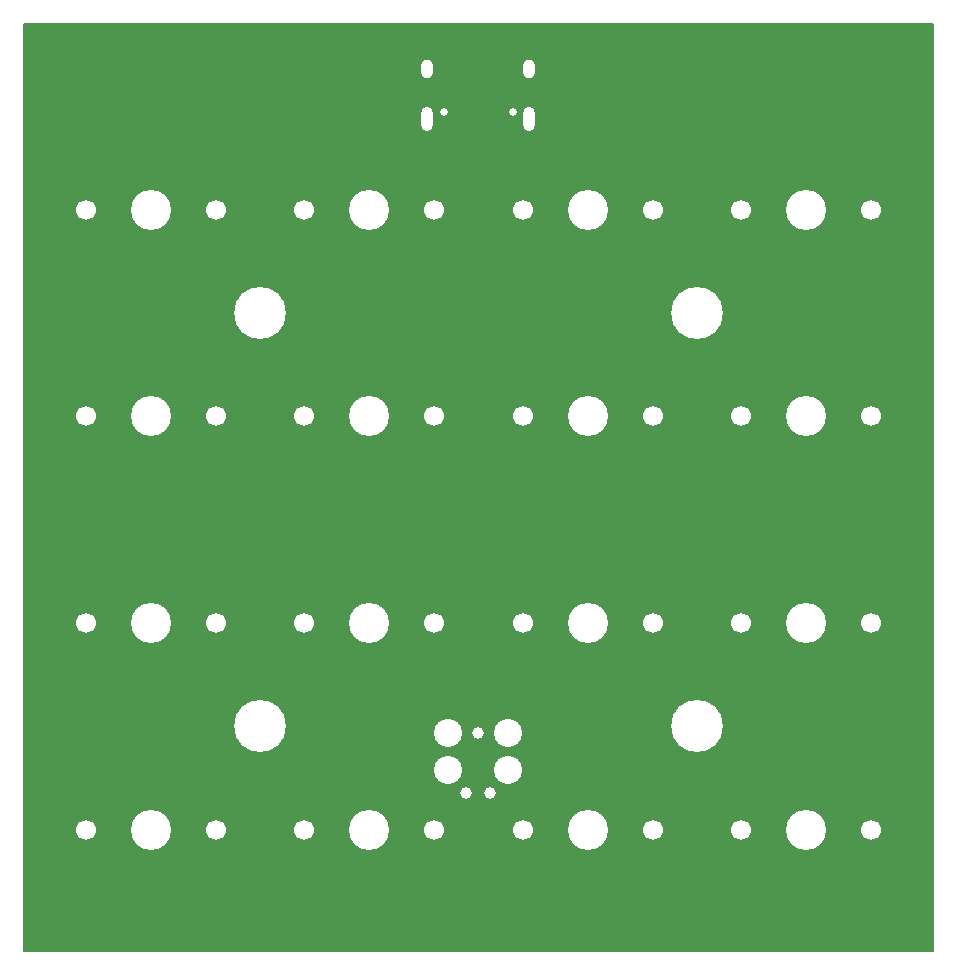
<source format=gbr>
%TF.GenerationSoftware,KiCad,Pcbnew,9.0.1*%
%TF.CreationDate,2025-04-04T22:51:44+11:00*%
%TF.ProjectId,Kobold,4b6f626f-6c64-42e6-9b69-6361645f7063,rev?*%
%TF.SameCoordinates,Original*%
%TF.FileFunction,Legend,Bot*%
%TF.FilePolarity,Positive*%
%FSLAX46Y46*%
G04 Gerber Fmt 4.6, Leading zero omitted, Abs format (unit mm)*
G04 Created by KiCad (PCBNEW 9.0.1) date 2025-04-04 22:51:44*
%MOMM*%
%LPD*%
G01*
G04 APERTURE LIST*
%ADD10C,0.150000*%
%ADD11C,1.700000*%
%ADD12C,3.400000*%
%ADD13C,4.400000*%
%ADD14C,0.650000*%
%ADD15O,1.000000X2.100000*%
%ADD16O,1.000000X1.600000*%
%ADD17C,2.374900*%
%ADD18C,0.990600*%
G04 APERTURE END LIST*
D10*
X122500000Y-42000000D02*
X199500000Y-42000000D01*
X199500000Y-120500000D01*
X122500000Y-120500000D01*
X122500000Y-42000000D01*
G36*
X122500000Y-42000000D02*
G01*
X199500000Y-42000000D01*
X199500000Y-120500000D01*
X122500000Y-120500000D01*
X122500000Y-42000000D01*
G37*
%LPC*%
D11*
%TO.C,SW14*%
X164750000Y-110250000D03*
D12*
X170250000Y-110250000D03*
D11*
X175750000Y-110250000D03*
%TD*%
%TO.C,SW11*%
X146250000Y-92750000D03*
D12*
X151750000Y-92750000D03*
D11*
X157250000Y-92750000D03*
%TD*%
D13*
%TO.C,H4*%
X179500000Y-101500000D03*
%TD*%
D11*
%TO.C,SW13*%
X183250000Y-110250000D03*
D12*
X188750000Y-110250000D03*
D11*
X194250000Y-110250000D03*
%TD*%
%TO.C,SW5*%
X183250000Y-75250000D03*
D12*
X188750000Y-75250000D03*
D11*
X194250000Y-75250000D03*
%TD*%
%TO.C,SW10*%
X164750000Y-92750000D03*
D12*
X170250000Y-92750000D03*
D11*
X175750000Y-92750000D03*
%TD*%
D13*
%TO.C,H1*%
X142500000Y-66500000D03*
%TD*%
D11*
%TO.C,SW16*%
X127750000Y-110250000D03*
D12*
X133250000Y-110250000D03*
D11*
X138750000Y-110250000D03*
%TD*%
%TO.C,SW6*%
X164750000Y-75250000D03*
D12*
X170250000Y-75250000D03*
D11*
X175750000Y-75250000D03*
%TD*%
D13*
%TO.C,H3*%
X142500000Y-101500000D03*
%TD*%
D11*
%TO.C,SW7*%
X146250000Y-75250000D03*
D12*
X151750000Y-75250000D03*
D11*
X157250000Y-75250000D03*
%TD*%
%TO.C,SW12*%
X127750000Y-92750000D03*
D12*
X133250000Y-92750000D03*
D11*
X138750000Y-92750000D03*
%TD*%
D13*
%TO.C,H2*%
X179500000Y-66500000D03*
%TD*%
D11*
%TO.C,SW2*%
X164750000Y-57750000D03*
D12*
X170250000Y-57750000D03*
D11*
X175750000Y-57750000D03*
%TD*%
%TO.C,SW8*%
X127750000Y-75250000D03*
D12*
X133250000Y-75250000D03*
D11*
X138750000Y-75250000D03*
%TD*%
%TO.C,SW4*%
X127750000Y-57750000D03*
D12*
X133250000Y-57750000D03*
D11*
X138750000Y-57750000D03*
%TD*%
D14*
%TO.C,J1*%
X163890000Y-49500000D03*
X158110000Y-49500000D03*
D15*
X165320000Y-50030000D03*
D16*
X165320000Y-45850000D03*
D15*
X156680000Y-50030000D03*
D16*
X156680000Y-45850000D03*
%TD*%
D11*
%TO.C,SW15*%
X146250000Y-110250000D03*
D12*
X151750000Y-110250000D03*
D11*
X157250000Y-110250000D03*
%TD*%
%TO.C,SW9*%
X183250000Y-92750000D03*
D12*
X188750000Y-92750000D03*
D11*
X194250000Y-92750000D03*
%TD*%
D17*
%TO.C,J2*%
X163534000Y-102020000D03*
D18*
X160994000Y-102020000D03*
D17*
X158454000Y-102020000D03*
X163534000Y-105195000D03*
X158454000Y-105195000D03*
D18*
X162010000Y-107100000D03*
X159978000Y-107100000D03*
%TD*%
D11*
%TO.C,SW3*%
X146250000Y-57750000D03*
D12*
X151750000Y-57750000D03*
D11*
X157250000Y-57750000D03*
%TD*%
%TO.C,SW1*%
X183250000Y-57750000D03*
D12*
X188750000Y-57750000D03*
D11*
X194250000Y-57750000D03*
%TD*%
%LPD*%
M02*

</source>
